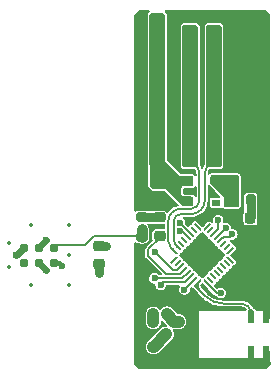
<source format=gtl>
%TF.GenerationSoftware,KiCad,Pcbnew,8.0.8*%
%TF.CreationDate,2025-03-24T11:25:52+01:00*%
%TF.ProjectId,RF_HID_dongle_test,52465f48-4944-45f6-946f-6e676c655f74,rev?*%
%TF.SameCoordinates,Original*%
%TF.FileFunction,Copper,L1,Top*%
%TF.FilePolarity,Positive*%
%FSLAX46Y46*%
G04 Gerber Fmt 4.6, Leading zero omitted, Abs format (unit mm)*
G04 Created by KiCad (PCBNEW 8.0.8) date 2025-03-24 11:25:52*
%MOMM*%
%LPD*%
G01*
G04 APERTURE LIST*
G04 Aperture macros list*
%AMRoundRect*
0 Rectangle with rounded corners*
0 $1 Rounding radius*
0 $2 $3 $4 $5 $6 $7 $8 $9 X,Y pos of 4 corners*
0 Add a 4 corners polygon primitive as box body*
4,1,4,$2,$3,$4,$5,$6,$7,$8,$9,$2,$3,0*
0 Add four circle primitives for the rounded corners*
1,1,$1+$1,$2,$3*
1,1,$1+$1,$4,$5*
1,1,$1+$1,$6,$7*
1,1,$1+$1,$8,$9*
0 Add four rect primitives between the rounded corners*
20,1,$1+$1,$2,$3,$4,$5,0*
20,1,$1+$1,$4,$5,$6,$7,0*
20,1,$1+$1,$6,$7,$8,$9,0*
20,1,$1+$1,$8,$9,$2,$3,0*%
%AMRotRect*
0 Rectangle, with rotation*
0 The origin of the aperture is its center*
0 $1 length*
0 $2 width*
0 $3 Rotation angle, in degrees counterclockwise*
0 Add horizontal line*
21,1,$1,$2,0,0,$3*%
%AMFreePoly0*
4,1,14,0.314644,0.085355,0.385355,0.014644,0.400000,-0.020711,0.400000,-0.050000,0.385355,-0.085355,0.350000,-0.100000,-0.350000,-0.100000,-0.385355,-0.085355,-0.400000,-0.050000,-0.400000,0.050000,-0.385355,0.085355,-0.350000,0.100000,0.279289,0.100000,0.314644,0.085355,0.314644,0.085355,$1*%
%AMFreePoly1*
4,1,14,0.385355,0.085355,0.400000,0.050000,0.400000,0.020711,0.385355,-0.014644,0.314644,-0.085355,0.279289,-0.100000,-0.350000,-0.100000,-0.385355,-0.085355,-0.400000,-0.050000,-0.400000,0.050000,-0.385355,0.085355,-0.350000,0.100000,0.350000,0.100000,0.385355,0.085355,0.385355,0.085355,$1*%
%AMFreePoly2*
4,1,14,0.085355,0.385355,0.100000,0.350000,0.100000,-0.350000,0.085355,-0.385355,0.050000,-0.400000,-0.050000,-0.400000,-0.085355,-0.385355,-0.100000,-0.350000,-0.100000,0.279289,-0.085355,0.314644,-0.014644,0.385355,0.020711,0.400000,0.050000,0.400000,0.085355,0.385355,0.085355,0.385355,$1*%
%AMFreePoly3*
4,1,14,0.014644,0.385355,0.085355,0.314644,0.100000,0.279289,0.100000,-0.350000,0.085355,-0.385355,0.050000,-0.400000,-0.050000,-0.400000,-0.085355,-0.385355,-0.100000,-0.350000,-0.100000,0.350000,-0.085355,0.385355,-0.050000,0.400000,-0.020711,0.400000,0.014644,0.385355,0.014644,0.385355,$1*%
%AMFreePoly4*
4,1,14,0.385355,0.085355,0.400000,0.050000,0.400000,-0.050000,0.385355,-0.085355,0.350000,-0.100000,-0.279289,-0.100000,-0.314644,-0.085355,-0.385355,-0.014644,-0.400000,0.020711,-0.400000,0.050000,-0.385355,0.085355,-0.350000,0.100000,0.350000,0.100000,0.385355,0.085355,0.385355,0.085355,$1*%
%AMFreePoly5*
4,1,14,0.385355,0.085355,0.400000,0.050000,0.400000,-0.050000,0.385355,-0.085355,0.350000,-0.100000,-0.350000,-0.100000,-0.385355,-0.085355,-0.400000,-0.050000,-0.400000,-0.020711,-0.385355,0.014644,-0.314644,0.085355,-0.279289,0.100000,0.350000,0.100000,0.385355,0.085355,0.385355,0.085355,$1*%
%AMFreePoly6*
4,1,14,0.085355,0.385355,0.100000,0.350000,0.100000,-0.279289,0.085355,-0.314644,0.014644,-0.385355,-0.020711,-0.400000,-0.050000,-0.400000,-0.085355,-0.385355,-0.100000,-0.350000,-0.100000,0.350000,-0.085355,0.385355,-0.050000,0.400000,0.050000,0.400000,0.085355,0.385355,0.085355,0.385355,$1*%
%AMFreePoly7*
4,1,14,0.085355,0.385355,0.100000,0.350000,0.100000,-0.350000,0.085355,-0.385355,0.050000,-0.400000,0.020711,-0.400000,-0.014644,-0.385355,-0.085355,-0.314644,-0.100000,-0.279289,-0.100000,0.350000,-0.085355,0.385355,-0.050000,0.400000,0.050000,0.400000,0.085355,0.385355,0.085355,0.385355,$1*%
G04 Aperture macros list end*
%TA.AperFunction,SMDPad,CuDef*%
%ADD10RoundRect,0.218750X-0.218750X-0.256250X0.218750X-0.256250X0.218750X0.256250X-0.218750X0.256250X0*%
%TD*%
%TA.AperFunction,ConnectorPad*%
%ADD11C,0.787400*%
%TD*%
%TA.AperFunction,SMDPad,CuDef*%
%ADD12RoundRect,0.225000X-0.225000X-0.250000X0.225000X-0.250000X0.225000X0.250000X-0.225000X0.250000X0*%
%TD*%
%TA.AperFunction,SMDPad,CuDef*%
%ADD13FreePoly0,225.000000*%
%TD*%
%TA.AperFunction,SMDPad,CuDef*%
%ADD14RoundRect,0.050000X0.212132X0.282843X-0.282843X-0.212132X-0.212132X-0.282843X0.282843X0.212132X0*%
%TD*%
%TA.AperFunction,SMDPad,CuDef*%
%ADD15FreePoly1,225.000000*%
%TD*%
%TA.AperFunction,SMDPad,CuDef*%
%ADD16FreePoly2,225.000000*%
%TD*%
%TA.AperFunction,SMDPad,CuDef*%
%ADD17RoundRect,0.050000X-0.212132X0.282843X-0.282843X0.212132X0.212132X-0.282843X0.282843X-0.212132X0*%
%TD*%
%TA.AperFunction,SMDPad,CuDef*%
%ADD18FreePoly3,225.000000*%
%TD*%
%TA.AperFunction,SMDPad,CuDef*%
%ADD19FreePoly4,225.000000*%
%TD*%
%TA.AperFunction,SMDPad,CuDef*%
%ADD20FreePoly5,225.000000*%
%TD*%
%TA.AperFunction,SMDPad,CuDef*%
%ADD21FreePoly6,225.000000*%
%TD*%
%TA.AperFunction,SMDPad,CuDef*%
%ADD22FreePoly7,225.000000*%
%TD*%
%TA.AperFunction,HeatsinkPad*%
%ADD23RotRect,2.650000X2.650000X225.000000*%
%TD*%
%TA.AperFunction,SMDPad,CuDef*%
%ADD24C,1.000000*%
%TD*%
%TA.AperFunction,SMDPad,CuDef*%
%ADD25RoundRect,0.130000X-0.520000X-6.370000X0.520000X-6.370000X0.520000X6.370000X-0.520000X6.370000X0*%
%TD*%
%TA.AperFunction,SMDPad,CuDef*%
%ADD26RoundRect,0.130000X-0.520000X-5.870000X0.520000X-5.870000X0.520000X5.870000X-0.520000X5.870000X0*%
%TD*%
%TA.AperFunction,SMDPad,CuDef*%
%ADD27RoundRect,0.225000X0.250000X-0.225000X0.250000X0.225000X-0.250000X0.225000X-0.250000X-0.225000X0*%
%TD*%
%TA.AperFunction,SMDPad,CuDef*%
%ADD28RoundRect,0.225000X-0.250000X0.225000X-0.250000X-0.225000X0.250000X-0.225000X0.250000X0.225000X0*%
%TD*%
%TA.AperFunction,SMDPad,CuDef*%
%ADD29RoundRect,0.200000X-0.200000X-0.275000X0.200000X-0.275000X0.200000X0.275000X-0.200000X0.275000X0*%
%TD*%
%TA.AperFunction,SMDPad,CuDef*%
%ADD30R,0.800000X0.550000*%
%TD*%
%TA.AperFunction,SMDPad,CuDef*%
%ADD31RoundRect,0.200000X0.275000X-0.200000X0.275000X0.200000X-0.275000X0.200000X-0.275000X-0.200000X0*%
%TD*%
%TA.AperFunction,SMDPad,CuDef*%
%ADD32R,0.600000X1.000000*%
%TD*%
%TA.AperFunction,SMDPad,CuDef*%
%ADD33RoundRect,0.218750X0.256250X-0.218750X0.256250X0.218750X-0.256250X0.218750X-0.256250X-0.218750X0*%
%TD*%
%TA.AperFunction,ViaPad*%
%ADD34C,0.600000*%
%TD*%
%TA.AperFunction,Conductor*%
%ADD35C,0.200000*%
%TD*%
%TA.AperFunction,Conductor*%
%ADD36C,0.900000*%
%TD*%
%TA.AperFunction,Conductor*%
%ADD37C,0.600000*%
%TD*%
%TA.AperFunction,Conductor*%
%ADD38C,0.550000*%
%TD*%
%TA.AperFunction,Conductor*%
%ADD39C,0.800000*%
%TD*%
%TA.AperFunction,Conductor*%
%ADD40C,0.182000*%
%TD*%
%TA.AperFunction,Conductor*%
%ADD41C,1.000000*%
%TD*%
%TA.AperFunction,Conductor*%
%ADD42C,0.150000*%
%TD*%
%TA.AperFunction,Conductor*%
%ADD43C,0.400000*%
%TD*%
%ADD44C,0.300000*%
%ADD45C,0.350000*%
G04 APERTURE END LIST*
D10*
%TO.P,D1,1,K*%
%TO.N,GND*%
X144612498Y-125799999D03*
%TO.P,D1,2,A*%
%TO.N,Net-(D1-A)*%
X146187502Y-125800001D03*
%TD*%
D11*
%TO.P,J2,1,VCC*%
%TO.N,+3V3*%
X129529997Y-128315000D03*
%TO.P,J2,2,SWDIO*%
%TO.N,/SWDIO*%
X129529995Y-129584998D03*
%TO.P,J2,3,~{RESET}*%
%TO.N,/NRST*%
X128259997Y-128314999D03*
%TO.P,J2,4,SWCLK*%
%TO.N,/SWCLK*%
X128259997Y-129584999D03*
%TO.P,J2,5,GND*%
%TO.N,GND*%
X126989999Y-128315000D03*
%TO.P,J2,6,SWO*%
%TO.N,unconnected-(J2-SWO-Pad6)*%
X126989997Y-129584998D03*
%TD*%
D12*
%TO.P,C9,1*%
%TO.N,+3V3*%
X144624999Y-122750000D03*
%TO.P,C9,2*%
%TO.N,GND*%
X146175001Y-122750000D03*
%TD*%
D13*
%TO.P,U1,1,A10/LSE32_I*%
%TO.N,unconnected-(U1-A10{slash}LSE32_I-Pad1)*%
X144468808Y-128561092D03*
D14*
%TO.P,U1,2,B6*%
%TO.N,unconnected-(U1-B6-Pad2)*%
X144185964Y-128278250D03*
%TO.P,U1,3,B0*%
%TO.N,unconnected-(U1-B0-Pad3)*%
X143903124Y-127995407D03*
%TO.P,U1,4,VDCID*%
%TO.N,/VDCIA*%
X143620281Y-127712562D03*
%TO.P,U1,5,VSW*%
%TO.N,/VSW*%
X143337438Y-127429721D03*
%TO.P,U1,6,VDD33*%
%TO.N,+3V3*%
X143054596Y-127146875D03*
%TO.P,U1,7,A6*%
%TO.N,unconnected-(U1-A6-Pad7)*%
X142771750Y-126864034D03*
D15*
%TO.P,U1,8,A7*%
%TO.N,unconnected-(U1-A7-Pad8)*%
X142488907Y-126581191D03*
D16*
%TO.P,U1,9,A8*%
%TO.N,unconnected-(U1-A8-Pad9)*%
X141711092Y-126581192D03*
D17*
%TO.P,U1,10,A9*%
%TO.N,unconnected-(U1-A9-Pad10)*%
X141428250Y-126864036D03*
%TO.P,U1,11,B15/TCK*%
%TO.N,/SWCLK*%
X141145407Y-127146876D03*
%TO.P,U1,12,B14/TIO*%
%TO.N,/SWDIO*%
X140862562Y-127429719D03*
%TO.P,U1,13,B13*%
%TO.N,unconnected-(U1-B13-Pad13)*%
X140579721Y-127712562D03*
%TO.P,U1,14,B12*%
%TO.N,unconnected-(U1-B12-Pad14)*%
X140296875Y-127995404D03*
%TO.P,U1,15,B11/DP*%
%TO.N,/USB_DP*%
X140014034Y-128278250D03*
D18*
%TO.P,U1,16,B10/DN*%
%TO.N,/USB_DN*%
X139731191Y-128561093D03*
D19*
%TO.P,U1,17,B7*%
%TO.N,unconnected-(U1-B7-Pad17)*%
X139731192Y-129338908D03*
D14*
%TO.P,U1,18,B4*%
%TO.N,unconnected-(U1-B4-Pad18)*%
X140014036Y-129621750D03*
%TO.P,U1,19,NRST*%
%TO.N,/NRST*%
X140296876Y-129904593D03*
%TO.P,U1,20,B22*%
%TO.N,/STATUS*%
X140579719Y-130187438D03*
%TO.P,U1,21,HSE32_O*%
%TO.N,/HSE_O*%
X140862562Y-130470279D03*
%TO.P,U1,22,HSE32_I*%
%TO.N,/HSE_I*%
X141145404Y-130753125D03*
%TO.P,U1,23,VINTA*%
%TO.N,/VINTA*%
X141428250Y-131035966D03*
D20*
%TO.P,U1,24,ANT*%
%TO.N,Net-(AE2-FEED)*%
X141711093Y-131318809D03*
D21*
%TO.P,U1,25,VDCIA*%
%TO.N,/VDCIA*%
X142488908Y-131318808D03*
D17*
%TO.P,U1,26,A4*%
%TO.N,unconnected-(U1-A4-Pad26)*%
X142771750Y-131035964D03*
%TO.P,U1,27,A5*%
%TO.N,unconnected-(U1-A5-Pad27)*%
X143054593Y-130753124D03*
%TO.P,U1,28,A15*%
%TO.N,unconnected-(U1-A15-Pad28)*%
X143337438Y-130470281D03*
%TO.P,U1,29,A14*%
%TO.N,unconnected-(U1-A14-Pad29)*%
X143620279Y-130187438D03*
%TO.P,U1,30,A13*%
%TO.N,unconnected-(U1-A13-Pad30)*%
X143903125Y-129904596D03*
%TO.P,U1,31,A12*%
%TO.N,unconnected-(U1-A12-Pad31)*%
X144185966Y-129621750D03*
D22*
%TO.P,U1,32,A11/LSE32_O*%
%TO.N,unconnected-(U1-A11{slash}LSE32_O-Pad32)*%
X144468809Y-129338907D03*
D23*
%TO.P,U1,33,GND*%
%TO.N,GND*%
X142100000Y-128950000D03*
%TD*%
D24*
%TO.P,TP3,1,1*%
%TO.N,/SWDIO*%
X137975000Y-134575000D03*
%TD*%
D25*
%TO.P,J1,1,VBUS*%
%TO.N,+5V*%
X138300000Y-114970000D03*
D26*
%TO.P,J1,2,D-*%
%TO.N,/USB_DN*%
X141100000Y-115470000D03*
%TO.P,J1,3,D+*%
%TO.N,/USB_DP*%
X143100000Y-115470000D03*
D25*
%TO.P,J1,4,GND*%
%TO.N,GND*%
X145900000Y-114970000D03*
%TD*%
D27*
%TO.P,C7,1*%
%TO.N,GND*%
X133350000Y-129725001D03*
%TO.P,C7,2*%
%TO.N,/NRST*%
X133350000Y-128174999D03*
%TD*%
D24*
%TO.P,TP4,1,1*%
%TO.N,GND*%
X140100000Y-136700000D03*
%TD*%
%TO.P,TP2,1,1*%
%TO.N,/SWCLK*%
X140100000Y-134575000D03*
%TD*%
D28*
%TO.P,C8,1*%
%TO.N,+5V*%
X138300000Y-122724999D03*
%TO.P,C8,2*%
%TO.N,GND*%
X138300000Y-124275001D03*
%TD*%
D29*
%TO.P,R5,1*%
%TO.N,+3V3*%
X144575000Y-124275000D03*
%TO.P,R5,2*%
%TO.N,Net-(D1-A)*%
X146225000Y-124275000D03*
%TD*%
D30*
%TO.P,U3,1,VIN*%
%TO.N,+5V*%
X140899998Y-122600003D03*
%TO.P,U3,2,GND*%
%TO.N,GND*%
X140900000Y-123550000D03*
%TO.P,U3,3,EN*%
%TO.N,+5V*%
X140899997Y-124500000D03*
%TO.P,U3,4*%
%TO.N,N/C*%
X143300002Y-124499997D03*
%TO.P,U3,5,VOUT*%
%TO.N,+3V3*%
X143300003Y-122600000D03*
%TD*%
D31*
%TO.P,R6,1*%
%TO.N,+3V3*%
X136974999Y-127374999D03*
%TO.P,R6,2*%
%TO.N,Net-(D2-A)*%
X136974999Y-125724999D03*
%TD*%
D24*
%TO.P,TP1,1,1*%
%TO.N,+3V3*%
X137975000Y-136700000D03*
%TD*%
D32*
%TO.P,AE2,1,FEED*%
%TO.N,Net-(AE2-FEED)*%
X146237500Y-134175000D03*
%TO.P,AE2,2,2*%
%TO.N,GND*%
X146237500Y-137175000D03*
%TO.P,AE2,3,3*%
X147537500Y-137175000D03*
%TO.P,AE2,4,4*%
X147537500Y-134175000D03*
%TD*%
D33*
%TO.P,D2,1,K*%
%TO.N,/STATUS*%
X138500000Y-127337501D03*
%TO.P,D2,2,A*%
%TO.N,Net-(D2-A)*%
X138500000Y-125762499D03*
%TD*%
D34*
%TO.N,GND*%
X137475000Y-138075000D03*
X140475000Y-138075000D03*
X147550000Y-132325000D03*
X142107066Y-130193355D03*
X142100000Y-128950000D03*
X136650000Y-135075000D03*
X147550000Y-131325000D03*
X147550000Y-123325000D03*
X146475000Y-138075000D03*
X145800003Y-131357925D03*
X144975000Y-121450000D03*
X147550000Y-127325000D03*
X144975000Y-120200000D03*
X141300000Y-123550000D03*
X142900000Y-123600000D03*
X126350000Y-128950000D03*
X146825000Y-121450000D03*
X147550000Y-138050000D03*
X138850000Y-124275000D03*
X142475000Y-138075000D03*
X136650000Y-124575000D03*
X142475000Y-133325000D03*
X141475000Y-134200000D03*
X139475000Y-138075000D03*
X147550000Y-125325000D03*
X143475000Y-138075000D03*
X145350000Y-132350000D03*
X146825000Y-120200000D03*
X136650000Y-138075000D03*
X147550000Y-130325000D03*
X141475000Y-135200000D03*
X146775000Y-133225000D03*
X136650000Y-122575000D03*
X136650000Y-132075000D03*
X145475000Y-138075000D03*
X147537500Y-133225000D03*
X141475000Y-133325000D03*
X146225000Y-132575000D03*
X136650000Y-136075000D03*
X144975000Y-118950000D03*
X147550000Y-128325000D03*
X147550000Y-126325000D03*
X141475000Y-137200000D03*
X136650000Y-133075000D03*
X143350000Y-128950000D03*
X133350000Y-130450000D03*
X147550000Y-122325000D03*
X147550000Y-124325000D03*
X142100000Y-127700000D03*
X141475000Y-136200000D03*
X138475000Y-138075000D03*
X136650000Y-134075000D03*
X147550000Y-129325000D03*
X136650000Y-123575000D03*
X141475000Y-138075000D03*
X146825000Y-118950000D03*
X144475000Y-138075000D03*
X140850000Y-128950000D03*
X136650000Y-137075000D03*
%TO.N,+3V3*%
X136974999Y-126724999D03*
X143450000Y-126000000D03*
X139050000Y-135650000D03*
X143500000Y-123100000D03*
X138550000Y-136150000D03*
X143950000Y-122600000D03*
%TO.N,/VDCIA*%
X144641826Y-127185742D03*
X143675000Y-132150000D03*
%TO.N,/VINTA*%
X140600002Y-131864214D03*
%TO.N,/NRST*%
X138100000Y-128700000D03*
X134000000Y-128200000D03*
X128850000Y-127700000D03*
%TO.N,/SWCLK*%
X128850000Y-130200000D03*
X139125000Y-133950000D03*
X140224999Y-126199776D03*
%TO.N,/SWDIO*%
X137975000Y-133950000D03*
X130253154Y-129840850D03*
X140224999Y-126949779D03*
%TO.N,/VSW*%
X144100000Y-126667159D03*
%TO.N,/HSE_I*%
X138600000Y-131450000D03*
%TO.N,/HSE_O*%
X138069668Y-130919668D03*
%TD*%
D35*
%TO.N,GND*%
X142100000Y-130186289D02*
X142107066Y-130193355D01*
D36*
X138300000Y-124275001D02*
X138849999Y-124275001D01*
D37*
X126985000Y-128315000D02*
X126350000Y-128950000D01*
D35*
X142100000Y-128950000D02*
X140850000Y-128950000D01*
X142100000Y-128950000D02*
X142100000Y-127700000D01*
D38*
X140900000Y-123550000D02*
X141300000Y-123550000D01*
D35*
X142100000Y-128950000D02*
X142100000Y-130186289D01*
D37*
X147550000Y-138050000D02*
X147537500Y-138037500D01*
D36*
X138849999Y-124275001D02*
X138850000Y-124275000D01*
D37*
X147537500Y-138037500D02*
X147537500Y-137175000D01*
D39*
X133350000Y-129725001D02*
X133350000Y-130450000D01*
D37*
X126989999Y-128315000D02*
X126985000Y-128315000D01*
X147537500Y-134175000D02*
X147537500Y-133225000D01*
D35*
X142100000Y-128950000D02*
X143350000Y-128950000D01*
D40*
%TO.N,Net-(AE2-FEED)*%
X141711093Y-131539951D02*
X141711093Y-131318809D01*
X142355546Y-132405546D02*
X141867464Y-131917464D01*
X146237500Y-133839536D02*
X146237500Y-134175000D01*
X143911394Y-133050000D02*
X145447963Y-133050000D01*
X146006250Y-133281250D02*
G75*
G03*
X145447963Y-133050015I-558250J-558250D01*
G01*
X141711093Y-131539951D02*
G75*
G03*
X141867435Y-131917493I533907J-49D01*
G01*
X142355546Y-132405546D02*
G75*
G03*
X143911394Y-133050004I1555854J1555846D01*
G01*
X146006250Y-133281250D02*
G75*
G02*
X146237485Y-133839536I-558250J-558250D01*
G01*
D41*
%TO.N,+3V3*%
X138000000Y-136700000D02*
X139050000Y-135650000D01*
X137975000Y-136700000D02*
X138000000Y-136700000D01*
D42*
X136950000Y-127350000D02*
X136974999Y-127374999D01*
X132966771Y-127350000D02*
X136950000Y-127350000D01*
X132187071Y-128129700D02*
X132966771Y-127350000D01*
X129715297Y-128129700D02*
X132187071Y-128129700D01*
D35*
X143450000Y-126751470D02*
X143450000Y-126000000D01*
D36*
X136974999Y-127374999D02*
X136974999Y-126724999D01*
D35*
X143054595Y-127146875D02*
X143450000Y-126751470D01*
D42*
X129529997Y-128315000D02*
X129715297Y-128129700D01*
D39*
%TO.N,Net-(D1-A)*%
X146225000Y-125762503D02*
X146187502Y-125800001D01*
X146225000Y-124275000D02*
X146225000Y-125762503D01*
%TO.N,Net-(D2-A)*%
X136974999Y-125724999D02*
X138462500Y-125724999D01*
X138462500Y-125724999D02*
X138500000Y-125762499D01*
D35*
%TO.N,/USB_DP*%
X142325000Y-122143007D02*
X142325000Y-124311093D01*
X140014034Y-128260572D02*
X140014034Y-128278250D01*
X139844516Y-128073376D02*
X140001533Y-128230393D01*
X143100000Y-120271992D02*
X143100000Y-115470000D01*
X139674999Y-126103557D02*
X139674999Y-127664125D01*
X141161091Y-125475002D02*
X140303554Y-125475002D01*
X141984099Y-125134101D02*
G75*
G02*
X141161091Y-125474998I-822999J823001D01*
G01*
X143100000Y-120271992D02*
G75*
G02*
X142712502Y-121207502I-1323000J-8D01*
G01*
X139859098Y-125659101D02*
G75*
G03*
X139674952Y-126103557I444402J-444499D01*
G01*
X142712500Y-121207500D02*
G75*
G03*
X142325003Y-122143007I935500J-935500D01*
G01*
X140001533Y-128230393D02*
G75*
G02*
X140014067Y-128260572I-30133J-30207D01*
G01*
X139674999Y-127664125D02*
G75*
G03*
X139844522Y-128073370I578801J25D01*
G01*
X142325000Y-124311093D02*
G75*
G02*
X141984101Y-125134103I-1163900J-7D01*
G01*
X140303554Y-125475002D02*
G75*
G03*
X139859083Y-125659086I-54J-628498D01*
G01*
%TO.N,/USB_DN*%
X141100000Y-120271992D02*
X141100000Y-115470000D01*
X141875000Y-122143007D02*
X141875000Y-124311086D01*
X141161084Y-125025002D02*
X140303547Y-125025002D01*
X139224999Y-126103550D02*
X139224999Y-127757325D01*
X139460417Y-128325675D02*
X139683334Y-128548592D01*
X139713513Y-128561093D02*
X139731191Y-128561093D01*
X141665899Y-124815901D02*
G75*
G02*
X141161084Y-125024995I-504799J504801D01*
G01*
X139224999Y-127757325D02*
G75*
G03*
X139460423Y-128325669I803801J25D01*
G01*
X141100000Y-120271992D02*
G75*
G03*
X141487498Y-121207502I1323000J-8D01*
G01*
X141487500Y-121207500D02*
G75*
G02*
X141874997Y-122143007I-935500J-935500D01*
G01*
X139683334Y-128548592D02*
G75*
G03*
X139713513Y-128561080I30166J30192D01*
G01*
X141875000Y-124311086D02*
G75*
G02*
X141665903Y-124815905I-713900J-14D01*
G01*
X140303547Y-125025002D02*
G75*
G03*
X139540885Y-125340888I-47J-1078498D01*
G01*
X139540898Y-125340901D02*
G75*
G03*
X139225020Y-126103550I762602J-762599D01*
G01*
%TO.N,/VDCIA*%
X142488908Y-131318808D02*
X143320100Y-132150000D01*
X143320100Y-132150000D02*
X143675000Y-132150000D01*
X144415983Y-127411585D02*
X144641826Y-127185742D01*
X143921258Y-127411585D02*
X144415983Y-127411585D01*
X143620281Y-127712562D02*
X143921258Y-127411585D01*
%TO.N,/VINTA*%
X140600002Y-131864214D02*
X141428250Y-131035966D01*
D37*
%TO.N,/NRST*%
X128259997Y-128290003D02*
X128850000Y-127700000D01*
D35*
X140296876Y-129904593D02*
X139995897Y-130205572D01*
D37*
X128259997Y-128314999D02*
X128259997Y-128290003D01*
D35*
X139995897Y-130205572D02*
X139605572Y-130205572D01*
X139605572Y-130205572D02*
X138100000Y-128700000D01*
D39*
X133350000Y-128174999D02*
X133974999Y-128174999D01*
X133974999Y-128174999D02*
X134000000Y-128200000D01*
D35*
%TO.N,/STATUS*%
X138500000Y-127522182D02*
X138500000Y-127337501D01*
X137550000Y-129025000D02*
X137550000Y-128472182D01*
X140211585Y-130555572D02*
X139080572Y-130555572D01*
X137550000Y-128472182D02*
X138500000Y-127522182D01*
X140579719Y-130187438D02*
X140211585Y-130555572D01*
X139080572Y-130555572D02*
X137550000Y-129025000D01*
D42*
%TO.N,/SWCLK*%
X141145407Y-127120184D02*
X140224999Y-126199776D01*
D37*
X128259997Y-129609997D02*
X128850000Y-130200000D01*
D42*
X141145407Y-127146876D02*
X141145407Y-127120184D01*
D41*
X139750000Y-134575000D02*
X139125000Y-133950000D01*
D37*
X128259997Y-129584999D02*
X128259997Y-129609997D01*
D41*
X140100000Y-134575000D02*
X139750000Y-134575000D01*
D43*
%TO.N,/SWDIO*%
X129529995Y-129584998D02*
X129997302Y-129584998D01*
D42*
X140382622Y-126949779D02*
X140224999Y-126949779D01*
D41*
X137975000Y-134575000D02*
X137975000Y-133950000D01*
D42*
X140862562Y-127429719D02*
X140382622Y-126949779D01*
D43*
X129997302Y-129584998D02*
X130253154Y-129840850D01*
D35*
%TO.N,/VSW*%
X144100000Y-126667159D02*
X143337438Y-127429721D01*
%TO.N,/HSE_I*%
X138794428Y-131255572D02*
X138600000Y-131450000D01*
X141145405Y-130753125D02*
X140642958Y-131255572D01*
X140642958Y-131255572D02*
X138794428Y-131255572D01*
%TO.N,/HSE_O*%
X140427269Y-130905572D02*
X140862562Y-130470279D01*
X138833390Y-130905572D02*
X140427269Y-130905572D01*
X138089336Y-130900000D02*
X138827818Y-130900000D01*
X138069668Y-130919668D02*
X138089336Y-130900000D01*
X138827818Y-130900000D02*
X138833390Y-130905572D01*
%TD*%
%TA.AperFunction,Conductor*%
%TO.N,+3V3*%
G36*
X145115677Y-122169685D02*
G01*
X145136319Y-122186319D01*
X145163681Y-122213681D01*
X145197166Y-122275004D01*
X145200000Y-122301362D01*
X145200000Y-124748638D01*
X145180315Y-124815677D01*
X145163681Y-124836319D01*
X145136319Y-124863681D01*
X145074996Y-124897166D01*
X145048638Y-124900000D01*
X144101362Y-124900000D01*
X144034323Y-124880315D01*
X144013681Y-124863681D01*
X143986319Y-124836319D01*
X143952834Y-124774996D01*
X143950000Y-124748638D01*
X143950000Y-124050000D01*
X143323031Y-123423031D01*
X143297920Y-123386865D01*
X143282882Y-123353937D01*
X143198049Y-123256033D01*
X143198048Y-123256032D01*
X143091681Y-123187674D01*
X143071040Y-123171040D01*
X142836319Y-122936319D01*
X142802834Y-122874996D01*
X142800000Y-122848638D01*
X142800000Y-122301362D01*
X142819685Y-122234323D01*
X142836319Y-122213681D01*
X142863681Y-122186319D01*
X142925004Y-122152834D01*
X142951362Y-122150000D01*
X145048638Y-122150000D01*
X145115677Y-122169685D01*
G37*
%TD.AperFunction*%
%TD*%
%TA.AperFunction,Conductor*%
%TO.N,+5V*%
G36*
X138971674Y-120971674D02*
G01*
X140250000Y-122250000D01*
X141276000Y-122250000D01*
X141328326Y-122271674D01*
X141350000Y-122324000D01*
X141350000Y-123025500D01*
X141328326Y-123077826D01*
X141276000Y-123099500D01*
X141235228Y-123099500D01*
X141160291Y-123121503D01*
X141139443Y-123124500D01*
X140485180Y-123124500D01*
X140463229Y-123128866D01*
X140441277Y-123133233D01*
X140434850Y-123137528D01*
X140402727Y-123147272D01*
X140391866Y-123158133D01*
X140387529Y-123172433D01*
X140358233Y-123216277D01*
X140349500Y-123260180D01*
X140349500Y-123839819D01*
X140358233Y-123883722D01*
X140387529Y-123927567D01*
X140391866Y-123941866D01*
X140402727Y-123952727D01*
X140434850Y-123962472D01*
X140441278Y-123966767D01*
X140485180Y-123975500D01*
X140843982Y-123975500D01*
X141139443Y-123975500D01*
X141160291Y-123978497D01*
X141235228Y-124000500D01*
X141276000Y-124000500D01*
X141328326Y-124022174D01*
X141350000Y-124074500D01*
X141350000Y-124680829D01*
X141328326Y-124733155D01*
X141297481Y-124751643D01*
X141258470Y-124763477D01*
X141244240Y-124766307D01*
X141164632Y-124774145D01*
X141157381Y-124774501D01*
X141110962Y-124774501D01*
X141110950Y-124774502D01*
X140455154Y-124774502D01*
X140402828Y-124752828D01*
X139000000Y-123350000D01*
X137980652Y-123350000D01*
X137928326Y-123328326D01*
X137671674Y-123071674D01*
X137650000Y-123019348D01*
X137650000Y-121024000D01*
X137671674Y-120971674D01*
X137724000Y-120950000D01*
X138919348Y-120950000D01*
X138971674Y-120971674D01*
G37*
%TD.AperFunction*%
%TD*%
%TA.AperFunction,Conductor*%
%TO.N,Net-(AE2-FEED)*%
G36*
X141577326Y-131502326D02*
G01*
X141935174Y-131860174D01*
X141956848Y-131912500D01*
X141935174Y-131964826D01*
X141914826Y-131985174D01*
X141862500Y-132006848D01*
X141810174Y-131985174D01*
X141452326Y-131627326D01*
X141430652Y-131575000D01*
X141452326Y-131522674D01*
X141472674Y-131502326D01*
X141525000Y-131480652D01*
X141577326Y-131502326D01*
G37*
%TD.AperFunction*%
%TD*%
%TA.AperFunction,Conductor*%
%TO.N,GND*%
G36*
X138019537Y-126285625D02*
G01*
X138020711Y-126283225D01*
X138074564Y-126309552D01*
X138136933Y-126340042D01*
X138208705Y-126350499D01*
X138791294Y-126350498D01*
X138863061Y-126340043D01*
X138863061Y-126340042D01*
X138863067Y-126340042D01*
X138867997Y-126337631D01*
X138924522Y-126334119D01*
X138966978Y-126371606D01*
X138974499Y-126404111D01*
X138974499Y-126695888D01*
X138952825Y-126748214D01*
X138900499Y-126769888D01*
X138867999Y-126762369D01*
X138863069Y-126759959D01*
X138863067Y-126759958D01*
X138863053Y-126759956D01*
X138791295Y-126749501D01*
X138791294Y-126749501D01*
X138208705Y-126749501D01*
X138136938Y-126759956D01*
X138136931Y-126759958D01*
X138026220Y-126814081D01*
X137939080Y-126901221D01*
X137884957Y-127011932D01*
X137884957Y-127011933D01*
X137874500Y-127083701D01*
X137874500Y-127591295D01*
X137884955Y-127663062D01*
X137884957Y-127663069D01*
X137901119Y-127696129D01*
X137904628Y-127752658D01*
X137886964Y-127780955D01*
X137397695Y-128270225D01*
X137337637Y-128330283D01*
X137337634Y-128330287D01*
X137299500Y-128422352D01*
X137299500Y-129074829D01*
X137337634Y-129166894D01*
X137337636Y-129166897D01*
X138067813Y-129897074D01*
X138693914Y-130523174D01*
X138715588Y-130575500D01*
X138693914Y-130627826D01*
X138641588Y-130649500D01*
X138465458Y-130649500D01*
X138413132Y-130627826D01*
X138409532Y-130623959D01*
X138367720Y-130575704D01*
X138367718Y-130575703D01*
X138367717Y-130575701D01*
X138300700Y-130532632D01*
X138258736Y-130505663D01*
X138134440Y-130469168D01*
X138004896Y-130469168D01*
X137880599Y-130505663D01*
X137771622Y-130575699D01*
X137771618Y-130575702D01*
X137686787Y-130673603D01*
X137686786Y-130673604D01*
X137686786Y-130673605D01*
X137676547Y-130696026D01*
X137632970Y-130791444D01*
X137614535Y-130919668D01*
X137632970Y-131047891D01*
X137632970Y-131047892D01*
X137632971Y-131047894D01*
X137686786Y-131165731D01*
X137771619Y-131263635D01*
X137869173Y-131326329D01*
X137880599Y-131333672D01*
X138004896Y-131370168D01*
X138070945Y-131370168D01*
X138123271Y-131391842D01*
X138144945Y-131444168D01*
X138144867Y-131445253D01*
X138144867Y-131449999D01*
X138163302Y-131578223D01*
X138163302Y-131578224D01*
X138163303Y-131578226D01*
X138217118Y-131696063D01*
X138301951Y-131793967D01*
X138410931Y-131864004D01*
X138535228Y-131900500D01*
X138664772Y-131900500D01*
X138789069Y-131864004D01*
X138898049Y-131793967D01*
X138982882Y-131696063D01*
X139036697Y-131578226D01*
X139037946Y-131569541D01*
X139066847Y-131520832D01*
X139111193Y-131506072D01*
X140153628Y-131506072D01*
X140205954Y-131527746D01*
X140227628Y-131580072D01*
X140218033Y-131612749D01*
X140219319Y-131613337D01*
X140217120Y-131618149D01*
X140217120Y-131618151D01*
X140182531Y-131693889D01*
X140163304Y-131735990D01*
X140144869Y-131864214D01*
X140163304Y-131992437D01*
X140163304Y-131992438D01*
X140163305Y-131992440D01*
X140217120Y-132110277D01*
X140301953Y-132208181D01*
X140410933Y-132278218D01*
X140535230Y-132314714D01*
X140664774Y-132314714D01*
X140789071Y-132278218D01*
X140898051Y-132208181D01*
X140982884Y-132110277D01*
X141036699Y-131992440D01*
X141055135Y-131864214D01*
X141047725Y-131812684D01*
X141061731Y-131757809D01*
X141068639Y-131749835D01*
X141159282Y-131659192D01*
X141211607Y-131637519D01*
X141263933Y-131659193D01*
X141273134Y-131670405D01*
X141279397Y-131679778D01*
X141279401Y-131679783D01*
X141279404Y-131679787D01*
X141350115Y-131750498D01*
X141350118Y-131750500D01*
X141360548Y-131757469D01*
X141371762Y-131766672D01*
X141700219Y-132095129D01*
X141704323Y-132097871D01*
X141715542Y-132107079D01*
X141731472Y-132123012D01*
X141731513Y-132123046D01*
X142150447Y-132541979D01*
X142150450Y-132541983D01*
X142219739Y-132611272D01*
X142219743Y-132611274D01*
X142224829Y-132616360D01*
X142224853Y-132616379D01*
X142281752Y-132673278D01*
X142451117Y-132808342D01*
X142496169Y-132844270D01*
X142728389Y-132990184D01*
X142975485Y-133109181D01*
X142975498Y-133109185D01*
X142975499Y-133109186D01*
X143041075Y-133132132D01*
X143234352Y-133199763D01*
X143501732Y-133260791D01*
X143774265Y-133291499D01*
X143848635Y-133291499D01*
X143848639Y-133291500D01*
X143911393Y-133291500D01*
X143953976Y-133291501D01*
X143953979Y-133291500D01*
X145398323Y-133291500D01*
X145398343Y-133291501D01*
X145405388Y-133291500D01*
X145405391Y-133291502D01*
X145444341Y-133291500D01*
X145451589Y-133291855D01*
X145547647Y-133301312D01*
X145561858Y-133304139D01*
X145650729Y-133331094D01*
X145664116Y-133336638D01*
X145746028Y-133380420D01*
X145758081Y-133388475D01*
X145826622Y-133444723D01*
X145829790Y-133447323D01*
X145840040Y-133457570D01*
X145842058Y-133460029D01*
X145858509Y-133514223D01*
X145833618Y-133560812D01*
X145834149Y-133561343D01*
X145832400Y-133563091D01*
X145831820Y-133564178D01*
X145829858Y-133565633D01*
X145828995Y-133566496D01*
X145795732Y-133616279D01*
X145792944Y-133623011D01*
X145791294Y-133622327D01*
X145764438Y-133662526D01*
X145723323Y-133674999D01*
X141824998Y-133674999D01*
X141824999Y-137674999D01*
X141825000Y-137675000D01*
X147775502Y-137675000D01*
X147827826Y-137696674D01*
X147849500Y-137749000D01*
X147849500Y-138190587D01*
X147827826Y-138242913D01*
X147517913Y-138552826D01*
X147465587Y-138574500D01*
X136734412Y-138574500D01*
X136682086Y-138552826D01*
X136372174Y-138242913D01*
X136350500Y-138190587D01*
X136350500Y-134574996D01*
X137319722Y-134574996D01*
X137319722Y-134575002D01*
X137323960Y-134609903D01*
X137324500Y-134618823D01*
X137324500Y-134639069D01*
X137330147Y-134667461D01*
X137331658Y-134675058D01*
X137332539Y-134680571D01*
X137338762Y-134731816D01*
X137338763Y-134731821D01*
X137345381Y-134749271D01*
X137348765Y-134761060D01*
X137349496Y-134764735D01*
X137349499Y-134764743D01*
X137369813Y-134813788D01*
X137370636Y-134815864D01*
X137394777Y-134879517D01*
X137394777Y-134879518D01*
X137394779Y-134879521D01*
X137394780Y-134879523D01*
X137426517Y-134925501D01*
X137436594Y-134940100D01*
X137437222Y-134941025D01*
X137469723Y-134989668D01*
X137472031Y-134992480D01*
X137471927Y-134992564D01*
X137477041Y-134998700D01*
X137484515Y-135009528D01*
X137484516Y-135009529D01*
X137484517Y-135009530D01*
X137501414Y-135024499D01*
X137527264Y-135047400D01*
X137530519Y-135050464D01*
X137560331Y-135080276D01*
X137572585Y-135088464D01*
X137572590Y-135088467D01*
X137580547Y-135094604D01*
X137602760Y-135114283D01*
X137602761Y-135114283D01*
X137602763Y-135114285D01*
X137638761Y-135133178D01*
X137645485Y-135137174D01*
X137666873Y-135151465D01*
X137695711Y-135163409D01*
X137701767Y-135166246D01*
X137742635Y-135187696D01*
X137766109Y-135193481D01*
X137776712Y-135196962D01*
X137785256Y-135200501D01*
X137831995Y-135209798D01*
X137835211Y-135210513D01*
X137896015Y-135225500D01*
X137896019Y-135225500D01*
X138053981Y-135225500D01*
X138053985Y-135225500D01*
X138114805Y-135210509D01*
X138118002Y-135209798D01*
X138145596Y-135204309D01*
X138164736Y-135200503D01*
X138164738Y-135200502D01*
X138164744Y-135200501D01*
X138173288Y-135196961D01*
X138183897Y-135193480D01*
X138207365Y-135187696D01*
X138248230Y-135166247D01*
X138254278Y-135163413D01*
X138283127Y-135151465D01*
X138304530Y-135137163D01*
X138311227Y-135133183D01*
X138347240Y-135114283D01*
X138369453Y-135094603D01*
X138377409Y-135088467D01*
X138389669Y-135080276D01*
X138419493Y-135050450D01*
X138422716Y-135047416D01*
X138465483Y-135009530D01*
X138472958Y-134998700D01*
X138478068Y-134992572D01*
X138477964Y-134992487D01*
X138480274Y-134989671D01*
X138480274Y-134989670D01*
X138480276Y-134989669D01*
X138496564Y-134965290D01*
X138512796Y-134940998D01*
X138513425Y-134940071D01*
X138555220Y-134879523D01*
X138579380Y-134815816D01*
X138580161Y-134813846D01*
X138600501Y-134764744D01*
X138601230Y-134761076D01*
X138604617Y-134749271D01*
X138611237Y-134731818D01*
X138617460Y-134680557D01*
X138618342Y-134675050D01*
X138625500Y-134639067D01*
X138625500Y-134618823D01*
X138626040Y-134609903D01*
X138630278Y-134575002D01*
X138630278Y-134574997D01*
X138628517Y-134560495D01*
X138643725Y-134505938D01*
X138693057Y-134478115D01*
X138747614Y-134493323D01*
X138754303Y-134499249D01*
X139128229Y-134873175D01*
X139149903Y-134925501D01*
X139128229Y-134977827D01*
X139075903Y-134999501D01*
X138985931Y-134999501D01*
X138961070Y-135004445D01*
X138860262Y-135024497D01*
X138860255Y-135024499D01*
X138741872Y-135073535D01*
X138635330Y-135144723D01*
X138635328Y-135144725D01*
X137645610Y-136134442D01*
X137627676Y-136147638D01*
X137602761Y-136160715D01*
X137602755Y-136160719D01*
X137580542Y-136180397D01*
X137572591Y-136186530D01*
X137560337Y-136194718D01*
X137560327Y-136194727D01*
X137530509Y-136224544D01*
X137527257Y-136227605D01*
X137484517Y-136265469D01*
X137477039Y-136276303D01*
X137471927Y-136282437D01*
X137472029Y-136282521D01*
X137469726Y-136285326D01*
X137437221Y-136333973D01*
X137436594Y-136334896D01*
X137394780Y-136395475D01*
X137370638Y-136459129D01*
X137369815Y-136461203D01*
X137349499Y-136510254D01*
X137349498Y-136510258D01*
X137348769Y-136513924D01*
X137345384Y-136525721D01*
X137338762Y-136543182D01*
X137332539Y-136594430D01*
X137331658Y-136599938D01*
X137324500Y-136635931D01*
X137324500Y-136635935D01*
X137324500Y-136656176D01*
X137323960Y-136665096D01*
X137319722Y-136699996D01*
X137319722Y-136700002D01*
X137323960Y-136734903D01*
X137324500Y-136743823D01*
X137324500Y-136764069D01*
X137330147Y-136792461D01*
X137331658Y-136800058D01*
X137332539Y-136805571D01*
X137338762Y-136856816D01*
X137338763Y-136856821D01*
X137345381Y-136874271D01*
X137348765Y-136886060D01*
X137349496Y-136889735D01*
X137349499Y-136889743D01*
X137369813Y-136938788D01*
X137370636Y-136940864D01*
X137394777Y-137004517D01*
X137394777Y-137004518D01*
X137436594Y-137065100D01*
X137437222Y-137066025D01*
X137469723Y-137114668D01*
X137472031Y-137117480D01*
X137471927Y-137117564D01*
X137477041Y-137123700D01*
X137484515Y-137134528D01*
X137527264Y-137172400D01*
X137530519Y-137175464D01*
X137560331Y-137205276D01*
X137572590Y-137213467D01*
X137580547Y-137219604D01*
X137602760Y-137239283D01*
X137602761Y-137239283D01*
X137602763Y-137239285D01*
X137638761Y-137258178D01*
X137645485Y-137262174D01*
X137666873Y-137276465D01*
X137695711Y-137288409D01*
X137701767Y-137291246D01*
X137742635Y-137312696D01*
X137766109Y-137318481D01*
X137776712Y-137321962D01*
X137785256Y-137325501D01*
X137831995Y-137334798D01*
X137835211Y-137335513D01*
X137896015Y-137350500D01*
X137896019Y-137350500D01*
X138064067Y-137350500D01*
X138064069Y-137350500D01*
X138189744Y-137325501D01*
X138308127Y-137276465D01*
X138414669Y-137205277D01*
X139555276Y-136064670D01*
X139626465Y-135958127D01*
X139675501Y-135839744D01*
X139700499Y-135714069D01*
X139700499Y-135585931D01*
X139675501Y-135460257D01*
X139626465Y-135341873D01*
X139625618Y-135340606D01*
X139625518Y-135340103D01*
X139624754Y-135338673D01*
X139625188Y-135338440D01*
X139614574Y-135285058D01*
X139646044Y-135237968D01*
X139687151Y-135225500D01*
X140178981Y-135225500D01*
X140178985Y-135225500D01*
X140239805Y-135210509D01*
X140243002Y-135209798D01*
X140270596Y-135204309D01*
X140289736Y-135200503D01*
X140289738Y-135200502D01*
X140289744Y-135200501D01*
X140298288Y-135196961D01*
X140308897Y-135193480D01*
X140332365Y-135187696D01*
X140373230Y-135166247D01*
X140379278Y-135163413D01*
X140408127Y-135151465D01*
X140429530Y-135137163D01*
X140436227Y-135133183D01*
X140472240Y-135114283D01*
X140494453Y-135094603D01*
X140502409Y-135088467D01*
X140514669Y-135080276D01*
X140544493Y-135050450D01*
X140547716Y-135047416D01*
X140590483Y-135009530D01*
X140597958Y-134998700D01*
X140603068Y-134992572D01*
X140602964Y-134992487D01*
X140605274Y-134989671D01*
X140605274Y-134989670D01*
X140605276Y-134989669D01*
X140621564Y-134965290D01*
X140637796Y-134940998D01*
X140638425Y-134940071D01*
X140680220Y-134879523D01*
X140704380Y-134815816D01*
X140705161Y-134813846D01*
X140725501Y-134764744D01*
X140726230Y-134761076D01*
X140729617Y-134749271D01*
X140736237Y-134731818D01*
X140742460Y-134680557D01*
X140743342Y-134675050D01*
X140750500Y-134639067D01*
X140750500Y-134618823D01*
X140751040Y-134609903D01*
X140755278Y-134575002D01*
X140755278Y-134574996D01*
X140751040Y-134540096D01*
X140750500Y-134531176D01*
X140750500Y-134510931D01*
X140743340Y-134474938D01*
X140742461Y-134469447D01*
X140736237Y-134418182D01*
X140736236Y-134418179D01*
X140729618Y-134400728D01*
X140726230Y-134388920D01*
X140725502Y-134385259D01*
X140725500Y-134385254D01*
X140705172Y-134336177D01*
X140704357Y-134334121D01*
X140680222Y-134270482D01*
X140680218Y-134270474D01*
X140638415Y-134209913D01*
X140637823Y-134209042D01*
X140605276Y-134160331D01*
X140605273Y-134160328D01*
X140602965Y-134157515D01*
X140603067Y-134157430D01*
X140597954Y-134151294D01*
X140590484Y-134140472D01*
X140590483Y-134140470D01*
X140547733Y-134102597D01*
X140544479Y-134099534D01*
X140514669Y-134069724D01*
X140514664Y-134069721D01*
X140514661Y-134069718D01*
X140502402Y-134061526D01*
X140494448Y-134055390D01*
X140472249Y-134035724D01*
X140472242Y-134035719D01*
X140472240Y-134035717D01*
X140436242Y-134016823D01*
X140429522Y-134012830D01*
X140408128Y-133998535D01*
X140379299Y-133986594D01*
X140373230Y-133983751D01*
X140332365Y-133962303D01*
X140308890Y-133956517D01*
X140298288Y-133953037D01*
X140289744Y-133949499D01*
X140289742Y-133949498D01*
X140289741Y-133949498D01*
X140243016Y-133940203D01*
X140239746Y-133939475D01*
X140178985Y-133924500D01*
X140164069Y-133924500D01*
X140050098Y-133924500D01*
X139997772Y-133902826D01*
X139539668Y-133444722D01*
X139433127Y-133373535D01*
X139314744Y-133324499D01*
X139314737Y-133324497D01*
X139201763Y-133302026D01*
X139189069Y-133299501D01*
X139060931Y-133299501D01*
X139048237Y-133302026D01*
X138935262Y-133324497D01*
X138935255Y-133324499D01*
X138816872Y-133373535D01*
X138710331Y-133444722D01*
X138710330Y-133444723D01*
X138619722Y-133535332D01*
X138611527Y-133547597D01*
X138564434Y-133579061D01*
X138508885Y-133568011D01*
X138488471Y-133547596D01*
X138480276Y-133535331D01*
X138389669Y-133444724D01*
X138389666Y-133444722D01*
X138348135Y-133416972D01*
X138283127Y-133373535D01*
X138283124Y-133373533D01*
X138283123Y-133373533D01*
X138164742Y-133324498D01*
X138164739Y-133324497D01*
X138062400Y-133304141D01*
X138039069Y-133299500D01*
X137910931Y-133299500D01*
X137887600Y-133304141D01*
X137785260Y-133324497D01*
X137785257Y-133324498D01*
X137666876Y-133373533D01*
X137560331Y-133444723D01*
X137560330Y-133444725D01*
X137469725Y-133535330D01*
X137469723Y-133535331D01*
X137398533Y-133641876D01*
X137349498Y-133760257D01*
X137349497Y-133760260D01*
X137324500Y-133885932D01*
X137324500Y-134531176D01*
X137323960Y-134540096D01*
X137319722Y-134574996D01*
X136350500Y-134574996D01*
X136350500Y-131982291D01*
X136350315Y-131980294D01*
X136350000Y-131973470D01*
X136350000Y-130994569D01*
X136350753Y-130984038D01*
X136355647Y-130950000D01*
X136350753Y-130915959D01*
X136350000Y-130905429D01*
X136350000Y-130224540D01*
X136350500Y-130216910D01*
X136350500Y-129693122D01*
X136350498Y-129693100D01*
X136350498Y-129683072D01*
X136350000Y-129675474D01*
X136350000Y-128994569D01*
X136350753Y-128984038D01*
X136352028Y-128975172D01*
X136355647Y-128950000D01*
X136354610Y-128942784D01*
X136350753Y-128915959D01*
X136350000Y-128905429D01*
X136350000Y-128224540D01*
X136350500Y-128216910D01*
X136350500Y-127899833D01*
X136372174Y-127847507D01*
X136424500Y-127825833D01*
X136476826Y-127847507D01*
X136493516Y-127864197D01*
X136598606Y-127915572D01*
X136666739Y-127925499D01*
X136707665Y-127925499D01*
X136738321Y-127933711D01*
X136738733Y-127932719D01*
X136743210Y-127934573D01*
X136743215Y-127934576D01*
X136895939Y-127975498D01*
X136895940Y-127975499D01*
X136895942Y-127975499D01*
X137054058Y-127975499D01*
X137054058Y-127975498D01*
X137206783Y-127934576D01*
X137206789Y-127934572D01*
X137211265Y-127932719D01*
X137211676Y-127933711D01*
X137242333Y-127925499D01*
X137283253Y-127925499D01*
X137283259Y-127925499D01*
X137351392Y-127915572D01*
X137456482Y-127864197D01*
X137539197Y-127781482D01*
X137590572Y-127676392D01*
X137600499Y-127608259D01*
X137600499Y-127141739D01*
X137590572Y-127073606D01*
X137583016Y-127058151D01*
X137575499Y-127025653D01*
X137575499Y-126645940D01*
X137575498Y-126645939D01*
X137554513Y-126567623D01*
X137534576Y-126493215D01*
X137472963Y-126386498D01*
X137465572Y-126330346D01*
X137500050Y-126285413D01*
X137537050Y-126275499D01*
X137987921Y-126275499D01*
X138019537Y-126285625D01*
G37*
%TD.AperFunction*%
%TA.AperFunction,Conductor*%
G36*
X147517913Y-108242174D02*
G01*
X147827826Y-108552086D01*
X147849500Y-108604412D01*
X147849500Y-133600999D01*
X147827826Y-133653325D01*
X147775500Y-133674999D01*
X146751677Y-133674999D01*
X146699351Y-133653325D01*
X146682950Y-133622640D01*
X146682056Y-133623011D01*
X146679267Y-133616279D01*
X146679267Y-133616278D01*
X146646004Y-133566496D01*
X146644712Y-133565633D01*
X146596222Y-133533233D01*
X146579079Y-133529823D01*
X146552320Y-133524500D01*
X146552319Y-133524500D01*
X146510805Y-133524500D01*
X146458479Y-133502826D01*
X146455993Y-133500215D01*
X146453652Y-133497634D01*
X146451274Y-133494880D01*
X146440357Y-133481585D01*
X146438360Y-133479041D01*
X146427339Y-133464355D01*
X146427339Y-133464354D01*
X146427323Y-133464335D01*
X146426396Y-133463099D01*
X146424711Y-133460759D01*
X146415152Y-133446922D01*
X146411920Y-133442243D01*
X146410482Y-133440081D01*
X146396968Y-133418967D01*
X146395736Y-133416972D01*
X146385107Y-133399146D01*
X146385101Y-133399137D01*
X146379349Y-133392277D01*
X146370120Y-133378327D01*
X146346054Y-133331092D01*
X146329784Y-133299159D01*
X146234394Y-133167863D01*
X146211343Y-133144811D01*
X146211340Y-133144807D01*
X146198701Y-133132168D01*
X146198686Y-133132132D01*
X146119646Y-133053092D01*
X145988349Y-132957702D01*
X145843748Y-132884028D01*
X145843742Y-132884025D01*
X145721367Y-132844267D01*
X145689393Y-132833879D01*
X145689391Y-132833878D01*
X145689386Y-132833877D01*
X145529101Y-132808497D01*
X145529098Y-132808497D01*
X145447952Y-132808500D01*
X143913824Y-132808500D01*
X143908984Y-132808342D01*
X143660556Y-132792058D01*
X143650959Y-132790794D01*
X143409179Y-132742700D01*
X143399829Y-132740195D01*
X143166390Y-132660952D01*
X143157448Y-132657248D01*
X142936343Y-132548211D01*
X142927960Y-132543371D01*
X142722987Y-132406412D01*
X142715307Y-132400519D01*
X142715285Y-132400500D01*
X142528086Y-132236329D01*
X142524556Y-132233023D01*
X142491987Y-132200454D01*
X142491980Y-132200448D01*
X142057082Y-131765549D01*
X142047879Y-131754334D01*
X142045132Y-131750223D01*
X142045128Y-131750218D01*
X142030550Y-131735640D01*
X142024164Y-131728357D01*
X141997721Y-131693889D01*
X141988063Y-131677157D01*
X141966317Y-131624642D01*
X141961319Y-131605983D01*
X141953225Y-131544461D01*
X141952593Y-131534801D01*
X141952597Y-131497390D01*
X141952596Y-131497388D01*
X141952597Y-131490956D01*
X141952593Y-131490898D01*
X141952593Y-131476363D01*
X141974267Y-131424037D01*
X142047675Y-131350629D01*
X142100001Y-131328955D01*
X142152326Y-131350628D01*
X142552194Y-131750497D01*
X142588755Y-131774927D01*
X142599967Y-131784128D01*
X143107736Y-132291897D01*
X143178203Y-132362364D01*
X143270272Y-132400500D01*
X143270277Y-132400500D01*
X143276431Y-132401724D01*
X143317922Y-132425843D01*
X143352153Y-132465349D01*
X143376947Y-132493963D01*
X143376948Y-132493964D01*
X143376951Y-132493967D01*
X143485931Y-132564004D01*
X143610228Y-132600500D01*
X143739772Y-132600500D01*
X143864069Y-132564004D01*
X143973049Y-132493967D01*
X144057882Y-132396063D01*
X144111697Y-132278226D01*
X144130133Y-132150000D01*
X144111697Y-132021774D01*
X144057882Y-131903937D01*
X143973049Y-131806033D01*
X143886207Y-131750223D01*
X143864068Y-131735995D01*
X143739772Y-131699500D01*
X143610228Y-131699500D01*
X143485931Y-131735995D01*
X143398774Y-131792007D01*
X143343036Y-131802063D01*
X143306441Y-131782080D01*
X143107478Y-131583117D01*
X143085804Y-131530791D01*
X143107478Y-131478465D01*
X143110623Y-131475614D01*
X143111686Y-131474550D01*
X143111693Y-131474546D01*
X143210332Y-131375907D01*
X143243460Y-131326328D01*
X143250652Y-131290166D01*
X143282115Y-131243077D01*
X143308786Y-131232028D01*
X143344957Y-131224834D01*
X143394536Y-131191706D01*
X143493175Y-131093067D01*
X143526303Y-131043488D01*
X143533495Y-131007325D01*
X143564959Y-130960233D01*
X143591631Y-130949185D01*
X143627802Y-130941991D01*
X143677381Y-130908863D01*
X143776020Y-130810224D01*
X143809148Y-130760645D01*
X143816340Y-130724482D01*
X143847804Y-130677390D01*
X143874480Y-130666340D01*
X143910643Y-130659148D01*
X143960222Y-130626020D01*
X144058861Y-130527381D01*
X144091989Y-130477802D01*
X144099181Y-130441640D01*
X144130646Y-130394549D01*
X144157321Y-130383499D01*
X144193489Y-130376306D01*
X144243068Y-130343178D01*
X144341707Y-130244539D01*
X144374835Y-130194960D01*
X144382028Y-130158793D01*
X144413493Y-130111701D01*
X144440164Y-130100653D01*
X144476330Y-130093460D01*
X144525909Y-130060332D01*
X144624548Y-129961693D01*
X144657676Y-129912114D01*
X144663835Y-129881145D01*
X144695297Y-129834056D01*
X144726755Y-129822216D01*
X144740448Y-129820414D01*
X144779339Y-129804305D01*
X144829787Y-129770596D01*
X144900498Y-129699885D01*
X144934207Y-129649437D01*
X144950316Y-129610546D01*
X144960822Y-129571336D01*
X144950316Y-129491532D01*
X144934207Y-129452641D01*
X144928726Y-129444438D01*
X144900502Y-129402198D01*
X144900500Y-129402196D01*
X144900498Y-129402193D01*
X144500628Y-129002324D01*
X144478955Y-128949999D01*
X144500629Y-128897673D01*
X144672503Y-128725799D01*
X144900497Y-128497806D01*
X144934206Y-128447358D01*
X144950315Y-128408467D01*
X144960821Y-128369257D01*
X144950315Y-128289453D01*
X144934206Y-128250562D01*
X144927490Y-128240511D01*
X144900501Y-128200119D01*
X144900499Y-128200117D01*
X144900497Y-128200114D01*
X144829786Y-128129403D01*
X144829782Y-128129400D01*
X144829780Y-128129398D01*
X144779337Y-128095693D01*
X144740447Y-128079585D01*
X144740443Y-128079583D01*
X144716729Y-128073230D01*
X144671795Y-128038752D01*
X144663304Y-128016193D01*
X144657674Y-127987886D01*
X144624546Y-127938307D01*
X144525907Y-127839668D01*
X144476328Y-127806540D01*
X144476329Y-127806540D01*
X144475020Y-127806279D01*
X144472826Y-127805843D01*
X144469860Y-127803861D01*
X144469596Y-127803752D01*
X144469617Y-127803699D01*
X144425736Y-127774376D01*
X144414688Y-127718827D01*
X144446156Y-127671736D01*
X144459628Y-127666205D01*
X144459077Y-127664874D01*
X144465810Y-127662085D01*
X144465811Y-127662085D01*
X144524348Y-127637837D01*
X144573515Y-127635203D01*
X144577053Y-127636242D01*
X144577054Y-127636242D01*
X144706598Y-127636242D01*
X144830895Y-127599746D01*
X144939875Y-127529709D01*
X145024708Y-127431805D01*
X145078523Y-127313968D01*
X145096959Y-127185742D01*
X145078523Y-127057516D01*
X145024708Y-126939679D01*
X144939875Y-126841775D01*
X144872858Y-126798706D01*
X144830894Y-126771737D01*
X144706598Y-126735242D01*
X144629043Y-126735242D01*
X144576717Y-126713568D01*
X144555796Y-126671773D01*
X144546312Y-126605812D01*
X144536697Y-126538933D01*
X144482882Y-126421096D01*
X144398049Y-126323192D01*
X144319821Y-126272918D01*
X144289068Y-126253154D01*
X144164772Y-126216659D01*
X144035228Y-126216659D01*
X144035227Y-126216659D01*
X143972527Y-126235068D01*
X143916214Y-126229013D01*
X143880677Y-126184912D01*
X143884370Y-126133319D01*
X143886697Y-126128226D01*
X143905133Y-126000000D01*
X143886697Y-125871774D01*
X143832882Y-125753937D01*
X143748049Y-125656033D01*
X143681032Y-125612964D01*
X143639068Y-125585995D01*
X143514772Y-125549500D01*
X143385228Y-125549500D01*
X143260931Y-125585995D01*
X143151954Y-125656031D01*
X143151950Y-125656034D01*
X143067119Y-125753935D01*
X143013302Y-125871776D01*
X142994867Y-126000000D01*
X143012675Y-126123863D01*
X142998668Y-126178741D01*
X142949959Y-126207641D01*
X142895081Y-126193634D01*
X142887109Y-126186726D01*
X142849885Y-126149502D01*
X142849881Y-126149499D01*
X142849879Y-126149497D01*
X142799436Y-126115792D01*
X142760546Y-126099684D01*
X142760545Y-126099683D01*
X142731841Y-126091992D01*
X142721336Y-126089178D01*
X142721335Y-126089178D01*
X142641534Y-126099683D01*
X142641530Y-126099684D01*
X142602641Y-126115792D01*
X142552198Y-126149497D01*
X142552195Y-126149500D01*
X142552193Y-126149501D01*
X142552193Y-126149502D01*
X142330090Y-126371606D01*
X142152325Y-126549371D01*
X142099999Y-126571045D01*
X142047673Y-126549371D01*
X141872826Y-126374524D01*
X141647806Y-126149503D01*
X141647802Y-126149500D01*
X141647800Y-126149498D01*
X141597357Y-126115793D01*
X141558467Y-126099685D01*
X141558466Y-126099684D01*
X141527154Y-126091295D01*
X141519257Y-126089179D01*
X141519256Y-126089179D01*
X141439455Y-126099684D01*
X141439451Y-126099685D01*
X141400562Y-126115793D01*
X141350119Y-126149498D01*
X141279398Y-126220219D01*
X141245693Y-126270662D01*
X141229585Y-126309552D01*
X141229584Y-126309553D01*
X141223230Y-126333271D01*
X141188752Y-126378205D01*
X141166187Y-126386697D01*
X141137885Y-126392326D01*
X141088310Y-126425451D01*
X140989666Y-126524095D01*
X140987358Y-126526908D01*
X140985701Y-126525548D01*
X140944004Y-126553392D01*
X140888459Y-126542325D01*
X140877264Y-126533135D01*
X140689199Y-126345071D01*
X140667525Y-126292745D01*
X140668277Y-126282226D01*
X140680132Y-126199776D01*
X140661696Y-126071550D01*
X140607881Y-125953713D01*
X140523048Y-125855809D01*
X140523047Y-125855808D01*
X140523045Y-125855806D01*
X140522608Y-125855428D01*
X140522458Y-125855130D01*
X140519582Y-125851810D01*
X140520429Y-125851075D01*
X140497256Y-125804783D01*
X140515141Y-125751043D01*
X140565786Y-125725691D01*
X140571067Y-125725502D01*
X141219516Y-125725502D01*
X141219555Y-125725497D01*
X141253794Y-125725498D01*
X141437619Y-125701298D01*
X141616712Y-125653311D01*
X141788009Y-125582359D01*
X141915589Y-125508701D01*
X145599502Y-125508701D01*
X145599502Y-126091295D01*
X145609957Y-126163062D01*
X145609959Y-126163069D01*
X145664082Y-126273780D01*
X145664083Y-126273781D01*
X145751222Y-126360920D01*
X145861935Y-126415044D01*
X145933707Y-126425501D01*
X146441296Y-126425500D01*
X146513063Y-126415045D01*
X146513063Y-126415044D01*
X146513069Y-126415044D01*
X146623782Y-126360920D01*
X146710921Y-126273781D01*
X146765045Y-126163068D01*
X146775502Y-126091296D01*
X146775501Y-125508707D01*
X146775501Y-125508706D01*
X146775501Y-125506096D01*
X146775500Y-125506066D01*
X146775500Y-123966746D01*
X146775500Y-123966740D01*
X146765573Y-123898607D01*
X146714198Y-123793517D01*
X146631483Y-123710802D01*
X146631482Y-123710801D01*
X146526394Y-123659427D01*
X146458264Y-123649500D01*
X146458260Y-123649500D01*
X145991740Y-123649500D01*
X145991735Y-123649500D01*
X145923606Y-123659427D01*
X145923605Y-123659427D01*
X145818517Y-123710801D01*
X145735801Y-123793517D01*
X145684427Y-123898605D01*
X145684427Y-123898606D01*
X145674500Y-123966735D01*
X145674500Y-125287924D01*
X145664394Y-125319547D01*
X145666776Y-125320712D01*
X145609959Y-125436932D01*
X145609959Y-125436933D01*
X145599502Y-125508701D01*
X141915589Y-125508701D01*
X141948580Y-125489654D01*
X142095676Y-125376783D01*
X142119585Y-125352872D01*
X142119589Y-125352870D01*
X142139553Y-125332907D01*
X142139559Y-125332904D01*
X142161230Y-125311232D01*
X142161231Y-125311233D01*
X142226783Y-125245680D01*
X142339655Y-125098584D01*
X142432360Y-124938013D01*
X142503313Y-124766716D01*
X142529286Y-124669782D01*
X142551300Y-124587627D01*
X142551301Y-124587622D01*
X142575501Y-124403797D01*
X142575500Y-124311091D01*
X142575500Y-124311081D01*
X142575500Y-123067077D01*
X142597174Y-123014751D01*
X142649500Y-122993077D01*
X142701826Y-123014751D01*
X142708739Y-123022730D01*
X142726364Y-123046274D01*
X142961085Y-123280995D01*
X142973467Y-123292118D01*
X142973471Y-123292121D01*
X142994099Y-123308745D01*
X142994107Y-123308752D01*
X143003217Y-123315320D01*
X143007611Y-123318489D01*
X143007622Y-123318496D01*
X143086217Y-123369006D01*
X143102136Y-123382800D01*
X143143756Y-123430833D01*
X143155138Y-123448541D01*
X143156473Y-123451463D01*
X143170190Y-123475551D01*
X143195301Y-123511717D01*
X143195303Y-123511719D01*
X143195304Y-123511721D01*
X143213071Y-123532981D01*
X143628261Y-123948171D01*
X143649935Y-124000497D01*
X143628261Y-124052823D01*
X143575935Y-124074497D01*
X142885182Y-124074497D01*
X142863231Y-124078863D01*
X142841279Y-124083230D01*
X142791498Y-124116492D01*
X142791497Y-124116493D01*
X142758235Y-124166274D01*
X142758235Y-124166275D01*
X142749502Y-124210177D01*
X142749502Y-124789817D01*
X142758235Y-124833719D01*
X142791498Y-124883501D01*
X142841280Y-124916764D01*
X142885182Y-124925497D01*
X142885183Y-124925497D01*
X143714821Y-124925497D01*
X143714822Y-124925497D01*
X143758724Y-124916764D01*
X143764095Y-124913174D01*
X143819643Y-124902125D01*
X143864447Y-124930355D01*
X143876364Y-124946274D01*
X143903726Y-124973636D01*
X143916111Y-124984761D01*
X143936753Y-125001395D01*
X143990512Y-125029516D01*
X144057551Y-125049201D01*
X144101362Y-125055500D01*
X144101368Y-125055500D01*
X145048620Y-125055500D01*
X145048638Y-125055500D01*
X145065261Y-125054609D01*
X145091619Y-125051775D01*
X145137391Y-125037442D01*
X145149510Y-125033648D01*
X145149511Y-125033647D01*
X145149519Y-125033645D01*
X145180180Y-125016902D01*
X145210837Y-125000163D01*
X145210838Y-125000162D01*
X145210842Y-125000160D01*
X145246274Y-124973636D01*
X145273636Y-124946274D01*
X145284761Y-124933889D01*
X145301395Y-124913247D01*
X145329516Y-124859488D01*
X145349201Y-124792449D01*
X145355500Y-124748638D01*
X145355500Y-122301362D01*
X145354609Y-122284739D01*
X145351775Y-122258381D01*
X145337305Y-122212168D01*
X145333648Y-122200489D01*
X145333642Y-122200475D01*
X145300163Y-122139162D01*
X145291815Y-122128011D01*
X145273636Y-122103726D01*
X145246274Y-122076364D01*
X145242335Y-122072826D01*
X145233897Y-122065246D01*
X145233894Y-122065244D01*
X145233889Y-122065239D01*
X145213247Y-122048605D01*
X145213245Y-122048604D01*
X145213244Y-122048603D01*
X145159487Y-122020483D01*
X145092450Y-122000799D01*
X145048642Y-121994500D01*
X145048638Y-121994500D01*
X142951362Y-121994500D01*
X142951344Y-121994500D01*
X142934750Y-121995390D01*
X142934730Y-121995391D01*
X142908379Y-121998225D01*
X142850489Y-122016351D01*
X142850475Y-122016357D01*
X142789162Y-122049836D01*
X142753723Y-122076366D01*
X142726355Y-122103735D01*
X142715243Y-122116105D01*
X142712885Y-122119032D01*
X142663173Y-122146170D01*
X142608831Y-122130208D01*
X142581693Y-122080496D01*
X142581498Y-122066787D01*
X142581620Y-122065246D01*
X142588247Y-121981026D01*
X142590064Y-121969563D01*
X142626632Y-121817240D01*
X142630215Y-121806211D01*
X142688217Y-121666182D01*
X142728265Y-121626133D01*
X142756584Y-121620500D01*
X143661876Y-121620500D01*
X143661880Y-121620500D01*
X143685333Y-121617779D01*
X143781267Y-121575420D01*
X143855420Y-121501267D01*
X143897779Y-121405333D01*
X143900500Y-121381880D01*
X143900500Y-109558120D01*
X143897779Y-109534667D01*
X143855420Y-109438733D01*
X143781267Y-109364580D01*
X143685333Y-109322221D01*
X143685334Y-109322221D01*
X143680642Y-109321676D01*
X143661880Y-109319500D01*
X142538120Y-109319500D01*
X142519357Y-109321676D01*
X142514666Y-109322221D01*
X142418732Y-109364580D01*
X142344580Y-109438732D01*
X142302221Y-109534666D01*
X142299500Y-109558123D01*
X142299500Y-121311841D01*
X142289586Y-121348840D01*
X142233746Y-121445559D01*
X142233740Y-121445570D01*
X142168364Y-121603403D01*
X142128315Y-121643451D01*
X142071678Y-121643451D01*
X142031630Y-121603402D01*
X142020040Y-121575420D01*
X141966255Y-121445570D01*
X141910414Y-121348850D01*
X141900500Y-121311850D01*
X141900500Y-109558123D01*
X141900500Y-109558120D01*
X141897779Y-109534667D01*
X141855420Y-109438733D01*
X141781267Y-109364580D01*
X141685333Y-109322221D01*
X141685334Y-109322221D01*
X141680642Y-109321676D01*
X141661880Y-109319500D01*
X140538120Y-109319500D01*
X140519357Y-109321676D01*
X140514666Y-109322221D01*
X140418732Y-109364580D01*
X140344580Y-109438732D01*
X140344580Y-109438733D01*
X140302221Y-109534667D01*
X140299500Y-109558120D01*
X140299500Y-121381880D01*
X140302221Y-121405333D01*
X140344580Y-121501267D01*
X140418733Y-121575420D01*
X140514667Y-121617779D01*
X140538120Y-121620500D01*
X141443411Y-121620500D01*
X141495737Y-121642174D01*
X141511778Y-121666182D01*
X141569776Y-121806204D01*
X141573364Y-121817247D01*
X141609932Y-121969563D01*
X141611749Y-121981032D01*
X141624272Y-122140160D01*
X141624500Y-122145966D01*
X141624500Y-122208338D01*
X141602826Y-122260664D01*
X141550500Y-122282338D01*
X141498174Y-122260664D01*
X141482133Y-122236657D01*
X141471989Y-122212168D01*
X141471983Y-122212156D01*
X141451694Y-122177013D01*
X141451692Y-122177011D01*
X141387835Y-122128012D01*
X141387831Y-122128010D01*
X141335511Y-122106338D01*
X141335501Y-122106335D01*
X141295654Y-122098409D01*
X141276000Y-122094500D01*
X141275998Y-122094500D01*
X140345062Y-122094500D01*
X140292736Y-122072826D01*
X139122174Y-120902264D01*
X139100500Y-120849938D01*
X139100500Y-108558123D01*
X139100500Y-108558120D01*
X139097779Y-108534667D01*
X139055420Y-108438733D01*
X138981267Y-108364580D01*
X138975864Y-108362194D01*
X138936752Y-108321232D01*
X138938060Y-108264610D01*
X138979023Y-108225497D01*
X139005755Y-108220500D01*
X147465587Y-108220500D01*
X147517913Y-108242174D01*
G37*
%TD.AperFunction*%
%TA.AperFunction,Conductor*%
G36*
X142141112Y-127021688D02*
G01*
X142178377Y-127046589D01*
X142217268Y-127062698D01*
X142240983Y-127069052D01*
X142285918Y-127103529D01*
X142294410Y-127126095D01*
X142300040Y-127154398D01*
X142333168Y-127203977D01*
X142431807Y-127302616D01*
X142481386Y-127335744D01*
X142517551Y-127342937D01*
X142564643Y-127374402D01*
X142575693Y-127401078D01*
X142582886Y-127437239D01*
X142609945Y-127477736D01*
X142616014Y-127486818D01*
X142714653Y-127585457D01*
X142764232Y-127618585D01*
X142800392Y-127625777D01*
X142847484Y-127657242D01*
X142858534Y-127683918D01*
X142860963Y-127696129D01*
X142865728Y-127720085D01*
X142898856Y-127769664D01*
X142997495Y-127868303D01*
X143047074Y-127901431D01*
X143083235Y-127908623D01*
X143130328Y-127940088D01*
X143141378Y-127966764D01*
X143148571Y-128002926D01*
X143161862Y-128022818D01*
X143181699Y-128052505D01*
X143280338Y-128151144D01*
X143329917Y-128184272D01*
X143366078Y-128191464D01*
X143413170Y-128222929D01*
X143424220Y-128249604D01*
X143431414Y-128285771D01*
X143461157Y-128330285D01*
X143464542Y-128335350D01*
X143563181Y-128433989D01*
X143612760Y-128467117D01*
X143648921Y-128474309D01*
X143696011Y-128505772D01*
X143707061Y-128532450D01*
X143714254Y-128568614D01*
X143747382Y-128618193D01*
X143846021Y-128716832D01*
X143895600Y-128749960D01*
X143926568Y-128756119D01*
X143973658Y-128787581D01*
X143985498Y-128819037D01*
X143987300Y-128832730D01*
X144003407Y-128871616D01*
X144003414Y-128871630D01*
X144028310Y-128908887D01*
X144039360Y-128964435D01*
X144028310Y-128991113D01*
X144003415Y-129028368D01*
X144003408Y-129028382D01*
X143987302Y-129067267D01*
X143987298Y-129067279D01*
X143980946Y-129090985D01*
X143946467Y-129135918D01*
X143923906Y-129144410D01*
X143895601Y-129150040D01*
X143846026Y-129183165D01*
X143747381Y-129281810D01*
X143714256Y-129331385D01*
X143707062Y-129367553D01*
X143675596Y-129414644D01*
X143648922Y-129425693D01*
X143612760Y-129432886D01*
X143563185Y-129466011D01*
X143464540Y-129564656D01*
X143431415Y-129614231D01*
X143424222Y-129650393D01*
X143392756Y-129697485D01*
X143366082Y-129708534D01*
X143329914Y-129715728D01*
X143280339Y-129748853D01*
X143181694Y-129847498D01*
X143148569Y-129897073D01*
X143141376Y-129933237D01*
X143109910Y-129980329D01*
X143083235Y-129991378D01*
X143047073Y-129998571D01*
X142997498Y-130031696D01*
X142898853Y-130130341D01*
X142865728Y-130179916D01*
X142858535Y-130216080D01*
X142827069Y-130263172D01*
X142800393Y-130274221D01*
X142764228Y-130281414D01*
X142714653Y-130314539D01*
X142616008Y-130413184D01*
X142582883Y-130462759D01*
X142575691Y-130498919D01*
X142544226Y-130546011D01*
X142517550Y-130557061D01*
X142481385Y-130564254D01*
X142431810Y-130597379D01*
X142333165Y-130696024D01*
X142300040Y-130745599D01*
X142293880Y-130776569D01*
X142262413Y-130823660D01*
X142230962Y-130835498D01*
X142217269Y-130837300D01*
X142217266Y-130837301D01*
X142178384Y-130853407D01*
X142178369Y-130853414D01*
X142141112Y-130878310D01*
X142085563Y-130889360D01*
X142058885Y-130878310D01*
X142021625Y-130853412D01*
X142021617Y-130853408D01*
X141982732Y-130837302D01*
X141982720Y-130837298D01*
X141959014Y-130830946D01*
X141914081Y-130796468D01*
X141905589Y-130773904D01*
X141902952Y-130760645D01*
X141899960Y-130745602D01*
X141866832Y-130696023D01*
X141768193Y-130597384D01*
X141718614Y-130564256D01*
X141682446Y-130557062D01*
X141635354Y-130525596D01*
X141624307Y-130498926D01*
X141617114Y-130462761D01*
X141583986Y-130413182D01*
X141485347Y-130314543D01*
X141485341Y-130314539D01*
X141469044Y-130303650D01*
X141435768Y-130281415D01*
X141399606Y-130274222D01*
X141352514Y-130242756D01*
X141341465Y-130216080D01*
X141334272Y-130179917D01*
X141334272Y-130179915D01*
X141301144Y-130130336D01*
X141202505Y-130031697D01*
X141152926Y-129998569D01*
X141116762Y-129991376D01*
X141069670Y-129959911D01*
X141058622Y-129933239D01*
X141051429Y-129897074D01*
X141018301Y-129847495D01*
X140919662Y-129748856D01*
X140870083Y-129715728D01*
X140870084Y-129715728D01*
X140833919Y-129708535D01*
X140786827Y-129677069D01*
X140775780Y-129650399D01*
X140768586Y-129614229D01*
X140735458Y-129564650D01*
X140636819Y-129466011D01*
X140587240Y-129432883D01*
X140551079Y-129425690D01*
X140503988Y-129394226D01*
X140492938Y-129367548D01*
X140485746Y-129331386D01*
X140452618Y-129281807D01*
X140353979Y-129183168D01*
X140304400Y-129150040D01*
X140273431Y-129143880D01*
X140226339Y-129112414D01*
X140214501Y-129080959D01*
X140212699Y-129067271D01*
X140212698Y-129067268D01*
X140196590Y-129028378D01*
X140171688Y-128991112D01*
X140160639Y-128935564D01*
X140171688Y-128908886D01*
X140196589Y-128871623D01*
X140212698Y-128832732D01*
X140219052Y-128809016D01*
X140253529Y-128764082D01*
X140276095Y-128755589D01*
X140304398Y-128749960D01*
X140353977Y-128716832D01*
X140452616Y-128618193D01*
X140485744Y-128568614D01*
X140492937Y-128532447D01*
X140524402Y-128485355D01*
X140551073Y-128474307D01*
X140587239Y-128467114D01*
X140636818Y-128433986D01*
X140735457Y-128335347D01*
X140768585Y-128285768D01*
X140775777Y-128249606D01*
X140807242Y-128202515D01*
X140833917Y-128191465D01*
X140870085Y-128184272D01*
X140919664Y-128151144D01*
X141018303Y-128052505D01*
X141051431Y-128002926D01*
X141058623Y-127966763D01*
X141090087Y-127919671D01*
X141116763Y-127908621D01*
X141152926Y-127901429D01*
X141202505Y-127868301D01*
X141301144Y-127769662D01*
X141334272Y-127720083D01*
X141341464Y-127683920D01*
X141372928Y-127636828D01*
X141399600Y-127625780D01*
X141435771Y-127618586D01*
X141485350Y-127585458D01*
X141583989Y-127486819D01*
X141617117Y-127437240D01*
X141624309Y-127401078D01*
X141655772Y-127353989D01*
X141682443Y-127342940D01*
X141718614Y-127335746D01*
X141768193Y-127302618D01*
X141866832Y-127203979D01*
X141899960Y-127154400D01*
X141906119Y-127123432D01*
X141937584Y-127076340D01*
X141969040Y-127064501D01*
X141982731Y-127062699D01*
X142021622Y-127046590D01*
X142058886Y-127021690D01*
X142114434Y-127010638D01*
X142141112Y-127021688D01*
G37*
%TD.AperFunction*%
%TA.AperFunction,Conductor*%
G36*
X137646571Y-108242174D02*
G01*
X137668245Y-108294500D01*
X137646571Y-108346826D01*
X137624135Y-108362195D01*
X137618732Y-108364580D01*
X137544580Y-108438732D01*
X137502221Y-108534666D01*
X137499500Y-108558123D01*
X137499500Y-120991575D01*
X137498078Y-121006011D01*
X137494500Y-121024000D01*
X137494500Y-123019346D01*
X137506335Y-123078849D01*
X137506338Y-123078859D01*
X137528010Y-123131180D01*
X137532122Y-123137333D01*
X137561719Y-123181629D01*
X137818371Y-123438281D01*
X137868819Y-123471989D01*
X137921145Y-123493663D01*
X137980652Y-123505500D01*
X138904938Y-123505500D01*
X138957264Y-123527174D01*
X140099872Y-124669782D01*
X140121546Y-124722108D01*
X140099872Y-124774434D01*
X140057206Y-124795475D01*
X140043712Y-124797251D01*
X139875429Y-124842338D01*
X139875425Y-124842340D01*
X139714466Y-124909007D01*
X139714458Y-124909011D01*
X139563585Y-124996115D01*
X139425371Y-125102169D01*
X139425365Y-125102174D01*
X139397587Y-125129951D01*
X139397582Y-125129956D01*
X139385983Y-125141554D01*
X139385935Y-125141573D01*
X139302155Y-125225353D01*
X139197404Y-125361871D01*
X139148355Y-125390190D01*
X139093647Y-125375532D01*
X139072214Y-125349323D01*
X139060919Y-125326219D01*
X138973779Y-125239079D01*
X138863068Y-125184956D01*
X138791299Y-125174499D01*
X138791295Y-125174499D01*
X138534976Y-125174499D01*
X138534975Y-125174499D01*
X137283259Y-125174499D01*
X136666739Y-125174499D01*
X136666734Y-125174499D01*
X136598605Y-125184426D01*
X136598604Y-125184426D01*
X136493516Y-125235800D01*
X136476826Y-125252491D01*
X136424500Y-125274165D01*
X136372174Y-125252491D01*
X136350500Y-125200165D01*
X136350500Y-108604412D01*
X136372174Y-108552086D01*
X136682086Y-108242174D01*
X136734412Y-108220500D01*
X137594245Y-108220500D01*
X137646571Y-108242174D01*
G37*
%TD.AperFunction*%
%TA.AperFunction,Conductor*%
G36*
X141618867Y-123112842D02*
G01*
X141624500Y-123141161D01*
X141624500Y-123958838D01*
X141602826Y-124011164D01*
X141550500Y-124032838D01*
X141498174Y-124011164D01*
X141482133Y-123987157D01*
X141471989Y-123962667D01*
X141471983Y-123962656D01*
X141451694Y-123927513D01*
X141451692Y-123927511D01*
X141387835Y-123878512D01*
X141387831Y-123878510D01*
X141335511Y-123856838D01*
X141335501Y-123856835D01*
X141295654Y-123848909D01*
X141276000Y-123845000D01*
X141275998Y-123845000D01*
X141268225Y-123845000D01*
X141247377Y-123842003D01*
X141204104Y-123829297D01*
X141204101Y-123829296D01*
X141204100Y-123829296D01*
X141197634Y-123827889D01*
X141182423Y-123824580D01*
X141182403Y-123824576D01*
X141161568Y-123821581D01*
X141161569Y-123821581D01*
X141139454Y-123820000D01*
X141139443Y-123820000D01*
X140579000Y-123820000D01*
X140526674Y-123798326D01*
X140505000Y-123746000D01*
X140505000Y-123354000D01*
X140526674Y-123301674D01*
X140579000Y-123280000D01*
X141139450Y-123280000D01*
X141139452Y-123279999D01*
X141161569Y-123278418D01*
X141182417Y-123275421D01*
X141204100Y-123270704D01*
X141247377Y-123257997D01*
X141268225Y-123255000D01*
X141275998Y-123255000D01*
X141276000Y-123255000D01*
X141335507Y-123243163D01*
X141387833Y-123221489D01*
X141422989Y-123201192D01*
X141471989Y-123137333D01*
X141482133Y-123112842D01*
X141522181Y-123072794D01*
X141578818Y-123072794D01*
X141618867Y-123112842D01*
G37*
%TD.AperFunction*%
%TD*%
%TA.AperFunction,Conductor*%
%TO.N,Net-(AE2-FEED)*%
G36*
X146251539Y-133478771D02*
G01*
X146262789Y-133497640D01*
X146264031Y-133499724D01*
X146281680Y-133527296D01*
X146299334Y-133552852D01*
X146304537Y-133559785D01*
X146317003Y-133576397D01*
X146318640Y-133578390D01*
X146334662Y-133597901D01*
X146334678Y-133597920D01*
X146346780Y-133611265D01*
X146352325Y-133617380D01*
X146369985Y-133634828D01*
X146387646Y-133650247D01*
X146405307Y-133663638D01*
X146405311Y-133663641D01*
X146405313Y-133663642D01*
X146415067Y-133669917D01*
X146420171Y-133677275D01*
X146419712Y-133683812D01*
X146246379Y-134152925D01*
X146240297Y-134159498D01*
X146231349Y-134159845D01*
X146225348Y-134154851D01*
X146224202Y-134152925D01*
X145946334Y-133685763D01*
X145945050Y-133676901D01*
X145950409Y-133669726D01*
X145951077Y-133669358D01*
X145953760Y-133668001D01*
X145967588Y-133659552D01*
X145981416Y-133649652D01*
X145995244Y-133638301D01*
X146009073Y-133625500D01*
X146022901Y-133611247D01*
X146036729Y-133595544D01*
X146050557Y-133578390D01*
X146064385Y-133559785D01*
X146076254Y-133542572D01*
X146081405Y-133538408D01*
X146237017Y-133473956D01*
X146245970Y-133473956D01*
X146251539Y-133478771D01*
G37*
%TD.AperFunction*%
%TD*%
D44*
X137475000Y-138075000D03*
X140475000Y-138075000D03*
X147550000Y-132325000D03*
X142107066Y-130193355D03*
X142100000Y-128950000D03*
X136650000Y-135075000D03*
X147550000Y-131325000D03*
X147550000Y-123325000D03*
X146475000Y-138075000D03*
X145800003Y-131357925D03*
X144975000Y-121450000D03*
X147550000Y-127325000D03*
X144975000Y-120200000D03*
X141300000Y-123550000D03*
X142900000Y-123600000D03*
X126350000Y-128950000D03*
X146825000Y-121450000D03*
X147550000Y-138050000D03*
X138850000Y-124275000D03*
X142475000Y-138075000D03*
X136650000Y-124575000D03*
X142475000Y-133325000D03*
X141475000Y-134200000D03*
X139475000Y-138075000D03*
X147550000Y-125325000D03*
X143475000Y-138075000D03*
X145350000Y-132350000D03*
X146825000Y-120200000D03*
X136650000Y-138075000D03*
X147550000Y-130325000D03*
X141475000Y-135200000D03*
X146775000Y-133225000D03*
X136650000Y-122575000D03*
X136650000Y-132075000D03*
X145475000Y-138075000D03*
X147537500Y-133225000D03*
X141475000Y-133325000D03*
X146225000Y-132575000D03*
X136650000Y-136075000D03*
X144975000Y-118950000D03*
X147550000Y-128325000D03*
X147550000Y-126325000D03*
X141475000Y-137200000D03*
X136650000Y-133075000D03*
X143350000Y-128950000D03*
X133350000Y-130450000D03*
X147550000Y-122325000D03*
X147550000Y-124325000D03*
X142100000Y-127700000D03*
X141475000Y-136200000D03*
X138475000Y-138075000D03*
X136650000Y-134075000D03*
X147550000Y-129325000D03*
X136650000Y-123575000D03*
X141475000Y-138075000D03*
X146825000Y-118950000D03*
X144475000Y-138075000D03*
X140850000Y-128950000D03*
X136650000Y-137075000D03*
X136974999Y-126724999D03*
X143450000Y-126000000D03*
X139050000Y-135650000D03*
X143500000Y-123100000D03*
X138550000Y-136150000D03*
X143950000Y-122600000D03*
X144641826Y-127185742D03*
X143675000Y-132150000D03*
X140600002Y-131864214D03*
X138100000Y-128700000D03*
X134000000Y-128200000D03*
X128850000Y-127700000D03*
X128850000Y-130200000D03*
X139125000Y-133950000D03*
X140224999Y-126199776D03*
X137975000Y-133950000D03*
X130253154Y-129840850D03*
X140224999Y-126949779D03*
X144100000Y-126667159D03*
X138600000Y-131450000D03*
X138069668Y-130919668D03*
D45*
X130800000Y-128950000D03*
X130799997Y-131489999D03*
X130799997Y-126409999D03*
X127624996Y-131489999D03*
X127624996Y-126409999D03*
X125719995Y-129966001D03*
X125719995Y-127933998D03*
M02*

</source>
